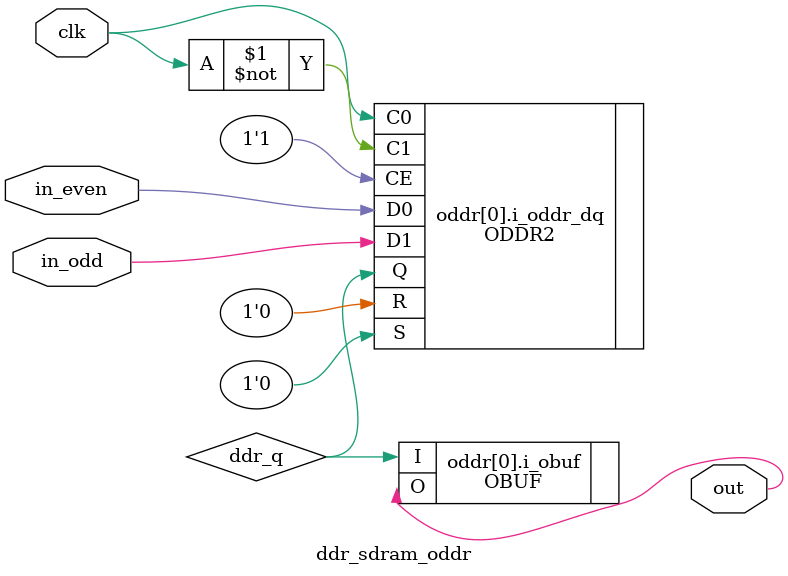
<source format=v>


`timescale 1ns / 1ps


module ddr_sdram_oddr
		(
			clk, in_even, in_odd, out
		);
	
	parameter	INIT   = 1'b0;
	parameter	WIDTH  = 1;
	
	input					clk;
	
	input	[WIDTH-1:0]		in_even;
	input	[WIDTH-1:0]		in_odd;
	output	[WIDTH-1:0]		out;
	
	wire	[WIDTH-1:0]		ddr_q;
	
	
	generate
	genvar	i;
	for ( i = 0; i < WIDTH; i = i + 1 ) begin : oddr
		OBUF
				#(
					.IOSTANDARD			("SSTL2_I")
				)
			i_obuf
				(
					.O					(out[i]),
					.I					(ddr_q[i])
				);
		
		ODDR2
				#(
					.DDR_ALIGNMENT		("NONE"),
					.INIT				(INIT),
					.SRTYPE				("SYNC")
				)
			i_oddr_dq
				(
					.Q					(ddr_q[i]),
					.C0					(clk),
					.C1					(~clk),
					.CE					(1'b1),
					.D0					(in_even[i]),
					.D1					(in_odd[i]),
					.R					(1'b0),
					.S					(1'b0)
				);
	end
	endgenerate
	
endmodule



</source>
